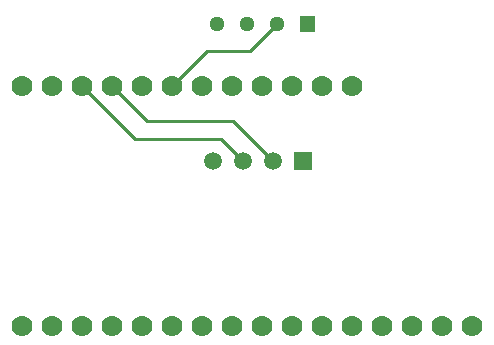
<source format=gtl>
G04 Layer: TopLayer*
G04 EasyEDA v6.5.5, 2022-05-19 09:40:35*
G04 cccee4e8604c442182ae7a2f59335eea,d4d611e81e4947998488be7877915955,10*
G04 Gerber Generator version 0.2*
G04 Scale: 100 percent, Rotated: No, Reflected: No *
G04 Dimensions in millimeters *
G04 leading zeros omitted , absolute positions ,4 integer and 5 decimal *
%FSLAX45Y45*%
%MOMM*%

%ADD10C,0.2540*%
%ADD11C,1.7780*%
%ADD12R,1.5080X1.5080*%
%ADD13C,1.5080*%
%ADD15C,1.2954*%

%LPD*%
D10*
X3568702Y4000497D02*
G01*
X4015132Y3554067D01*
X4739032Y3554067D01*
X4927602Y3365497D01*
X3822702Y4000497D02*
G01*
X4118637Y3704562D01*
X4842537Y3704562D01*
X5181602Y3365497D01*
X4330702Y4000497D02*
G01*
X4625240Y4295035D01*
X4988181Y4295035D01*
X5219702Y4526556D01*
D11*
G01*
X5854700Y4000500D03*
G01*
X5600700Y4000500D03*
G01*
X5346700Y4000500D03*
G01*
X5092700Y4000500D03*
G01*
X4838700Y4000500D03*
G01*
X4584700Y4000500D03*
G01*
X4330700Y4000500D03*
G01*
X4076700Y4000500D03*
G01*
X3822700Y4000500D03*
G01*
X3568700Y4000500D03*
G01*
X3314700Y4000500D03*
G01*
X3060700Y4000500D03*
G01*
X5854700Y1968500D03*
G01*
X5600700Y1968500D03*
G01*
X5346700Y1968500D03*
G01*
X5092700Y1968500D03*
G01*
X4838700Y1968500D03*
G01*
X4584700Y1968500D03*
G01*
X4330700Y1968500D03*
G01*
X4076700Y1968500D03*
G01*
X3822700Y1968500D03*
G01*
X3568700Y1968500D03*
G01*
X3314700Y1968500D03*
G01*
X3060700Y1968500D03*
G01*
X6108700Y1968500D03*
G01*
X6362700Y1968500D03*
G01*
X6616700Y1968500D03*
G01*
X6870700Y1968500D03*
D12*
G01*
X5435600Y3365500D03*
D13*
G01*
X5181600Y3365500D03*
G01*
X4927600Y3365500D03*
G01*
X4673600Y3365500D03*
G36*
X5408929Y4591334D02*
G01*
X5538470Y4591334D01*
X5538470Y4461794D01*
X5408929Y4461794D01*
G37*
D15*
G01*
X5219700Y4526559D03*
G01*
X4965700Y4526559D03*
G01*
X4711700Y4526559D03*
M02*

</source>
